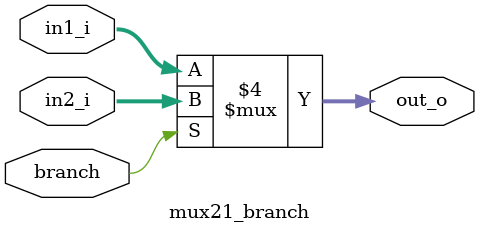
<source format=sv>
module mux21_branch(
	input logic [31:0] in1_i,in2_i,
	input logic branch,
	output logic [31:0] out_o	
);
always_comb begin
	if(branch == 0) begin
		out_o = in1_i;
	end
	else begin
		out_o = in2_i;
	end
end
endmodule 
</source>
